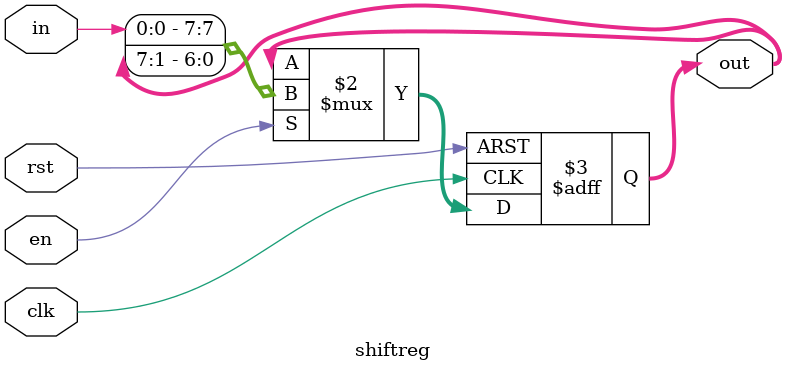
<source format=sv>
module mssd(input clk, sin, output logic valid, error, output logic [1:0]d, output logic [3:0]p);

  logic [3:0] ps, ns;
  logic upen, upco, shiften, dwnen, dwnco, ld, rst;
  
  wire [7:0] data;
  wire [2:0] out3;
  wire [8:0] out9;

  parameter [3:0] A = 0, B = 1, C = 2, D = 3, E = 4, F = 5, G = 6;
  
  upcounter upcnt(clk, rst, upen, upco, out3);
  shiftreg shreg(clk, rst, shiften, sin, data);
  downcounter dwncnt(clk, rst, dwnen, ld, data[7:2], dwnco, out9);
  demux dmux(sin, d, p);
  
  always @(ps, upco, dwnco,sin) begin
    rst = 0; valid = 0; error = 0; ns = A;
    case(ps)
      A: begin rst = 1 ; ns = sin ? A : B; end
      B: begin ns = C; rst = 0; upen = 1; shiften = 1; end
      C: begin rst = 0; upen = 1; shiften = 1; ns = upco ? D : C; end
      D: begin upen = 0; shiften = 0;  ld = 1; d = data[1:0]; ns = E ; end
      E: begin ld = 0 ; dwnen = 1; valid = 1 ; ns = dwnco ? F : E; end
      F: begin dwnen = 0; ns = sin ? A : G; end
      G: begin error = 1; ns = sin ? A : G; end
      default: ns = A;
    endcase
  end

  always @(posedge clk)begin
    ps <= ns;
  end
  
endmodule

module upcounter (input clk, rst, en, output co, output logic [2:0] out);

  always @ (posedge clk, posedge rst) begin
    if(rst) out <= 3'b0;
    else if(en) out <= out + 1;
  end
  assign co = &{out};

endmodule

module downcounter (input clk, rst, en, ld, input [5:0] pin, output co, output logic [8:0] out);

  always @(posedge clk, posedge rst) begin
    if(rst) out <= 9'b0;
    else if(ld) out[8:3] <= pin;
    else if(en) out <= out - 1;
  end
  assign co = ~|{out};

endmodule

module demux (input in,input [1:0]s,output [3:0] out);

    assign out[0] = (s==2'b00) ? in : 1'bz;
    assign out[1] = (s==2'b01) ? in : 1'bz;
    assign out[2] = (s==2'b10) ? in : 1'bz;
    assign out[3] = (s==2'b11) ? in : 1'bz;
        
endmodule

module shiftreg(input clk, rst, en, in, output logic[7:0] out);

  always @(posedge clk, posedge rst) begin
    if(rst) out <= 8'b0;
    else out <= en ? {in, out[7:1]} : out;
  end

endmodule

</source>
